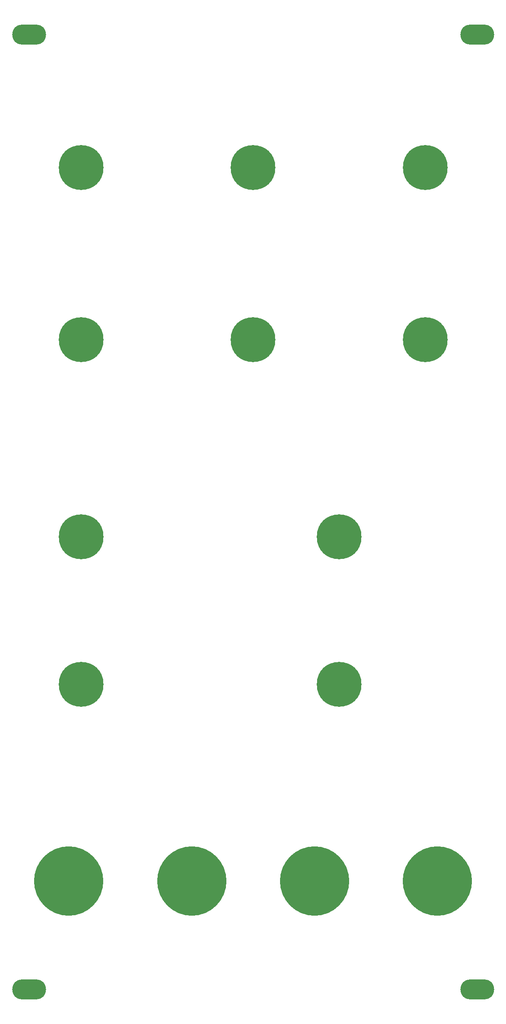
<source format=gbr>
%TF.GenerationSoftware,KiCad,Pcbnew,5.1.6-c6e7f7d~87~ubuntu20.04.1*%
%TF.CreationDate,2020-10-18T19:27:48-04:00*%
%TF.ProjectId,noisebells_panel,6e6f6973-6562-4656-9c6c-735f70616e65,rev?*%
%TF.SameCoordinates,Original*%
%TF.FileFunction,Soldermask,Bot*%
%TF.FilePolarity,Negative*%
%FSLAX46Y46*%
G04 Gerber Fmt 4.6, Leading zero omitted, Abs format (unit mm)*
G04 Created by KiCad (PCBNEW 5.1.6-c6e7f7d~87~ubuntu20.04.1) date 2020-10-18 19:27:48*
%MOMM*%
%LPD*%
G01*
G04 APERTURE LIST*
%ADD10O,6.900000X4.100000*%
%ADD11C,9.100000*%
%ADD12C,14.100000*%
G04 APERTURE END LIST*
D10*
%TO.C,REF\u002A\u002A*%
X145600000Y-197000000D03*
X145600000Y-3000000D03*
%TD*%
%TO.C,REF\u002A\u002A*%
X54400000Y-3000000D03*
X54400000Y-197000000D03*
%TD*%
D11*
%TO.C,REF\u002A\u002A*%
X65000000Y-30000000D03*
%TD*%
%TO.C,REF\u002A\u002A*%
X117500000Y-105000000D03*
%TD*%
%TO.C,REF\u002A\u002A*%
X65000000Y-105000000D03*
%TD*%
%TO.C,REF\u002A\u002A*%
X117500000Y-135000000D03*
%TD*%
%TO.C,REF\u002A\u002A*%
X65000000Y-135000000D03*
%TD*%
%TO.C,REF\u002A\u002A*%
X65000000Y-65000000D03*
%TD*%
%TO.C,REF\u002A\u002A*%
X100000000Y-65000000D03*
%TD*%
%TO.C,REF\u002A\u002A*%
X135000000Y-65000000D03*
%TD*%
%TO.C,REF\u002A\u002A*%
X135000000Y-30000000D03*
%TD*%
%TO.C,REF\u002A\u002A*%
X100000000Y-30000000D03*
%TD*%
D12*
%TO.C,REF\u002A\u002A*%
X137500000Y-175000000D03*
%TD*%
%TO.C,REF\u002A\u002A*%
X112500000Y-175000000D03*
%TD*%
%TO.C,REF\u002A\u002A*%
X87500000Y-175000000D03*
%TD*%
%TO.C,REF\u002A\u002A*%
X62500000Y-175000000D03*
%TD*%
M02*

</source>
